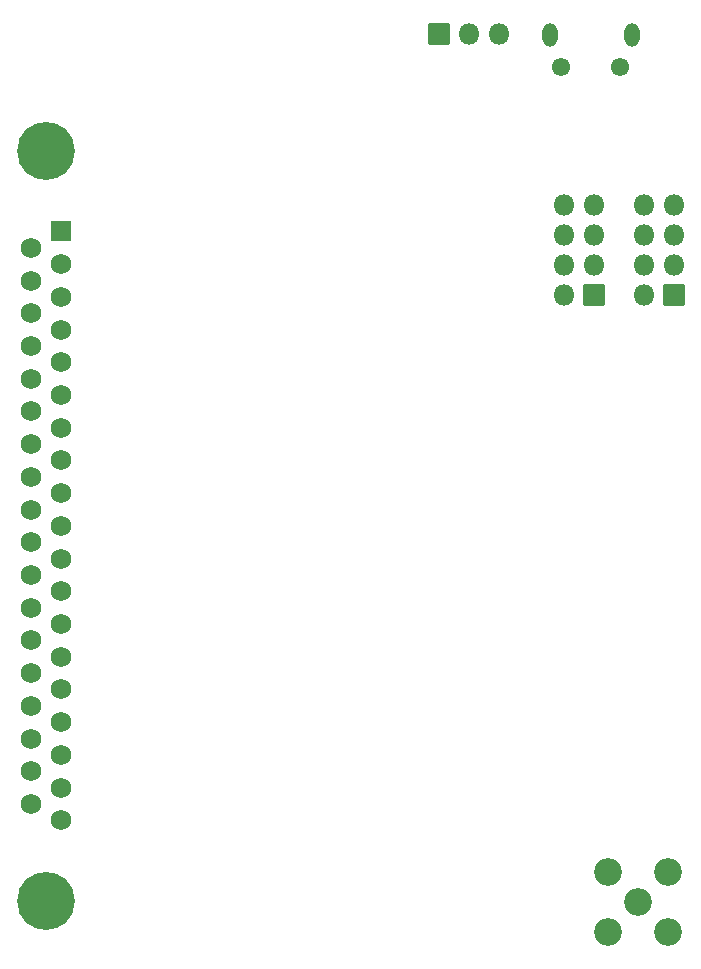
<source format=gbr>
%TF.GenerationSoftware,KiCad,Pcbnew,(6.0.7)*%
%TF.CreationDate,2022-08-27T16:35:56-04:00*%
%TF.ProjectId,Telemetry_KiCAD_Project,54656c65-6d65-4747-9279-5f4b69434144,rev?*%
%TF.SameCoordinates,Original*%
%TF.FileFunction,Soldermask,Bot*%
%TF.FilePolarity,Negative*%
%FSLAX46Y46*%
G04 Gerber Fmt 4.6, Leading zero omitted, Abs format (unit mm)*
G04 Created by KiCad (PCBNEW (6.0.7)) date 2022-08-27 16:35:56*
%MOMM*%
%LPD*%
G01*
G04 APERTURE LIST*
G04 Aperture macros list*
%AMRoundRect*
0 Rectangle with rounded corners*
0 $1 Rounding radius*
0 $2 $3 $4 $5 $6 $7 $8 $9 X,Y pos of 4 corners*
0 Add a 4 corners polygon primitive as box body*
4,1,4,$2,$3,$4,$5,$6,$7,$8,$9,$2,$3,0*
0 Add four circle primitives for the rounded corners*
1,1,$1+$1,$2,$3*
1,1,$1+$1,$4,$5*
1,1,$1+$1,$6,$7*
1,1,$1+$1,$8,$9*
0 Add four rect primitives between the rounded corners*
20,1,$1+$1,$2,$3,$4,$5,0*
20,1,$1+$1,$4,$5,$6,$7,0*
20,1,$1+$1,$6,$7,$8,$9,0*
20,1,$1+$1,$8,$9,$2,$3,0*%
G04 Aperture macros list end*
%ADD10C,2.352000*%
%ADD11RoundRect,0.051000X-0.825000X0.825000X-0.825000X-0.825000X0.825000X-0.825000X0.825000X0.825000X0*%
%ADD12C,1.752000*%
%ADD13C,4.902000*%
%ADD14O,1.302000X2.002000*%
%ADD15C,1.552000*%
%ADD16RoundRect,0.051000X0.850000X0.850000X-0.850000X0.850000X-0.850000X-0.850000X0.850000X-0.850000X0*%
%ADD17O,1.802000X1.802000*%
%ADD18RoundRect,0.051000X0.850000X-0.850000X0.850000X0.850000X-0.850000X0.850000X-0.850000X-0.850000X0*%
G04 APERTURE END LIST*
D10*
%TO.C,J3*%
X141900000Y-128575000D03*
X144440000Y-126035000D03*
X139360000Y-126035000D03*
X139360000Y-131115000D03*
X144440000Y-131115000D03*
%TD*%
D11*
%TO.C,J5*%
X93000000Y-71800000D03*
D12*
X93000000Y-74570000D03*
X93000000Y-77340000D03*
X93000000Y-80110000D03*
X93000000Y-82880000D03*
X93000000Y-85650000D03*
X93000000Y-88420000D03*
X93000000Y-91190000D03*
X93000000Y-93960000D03*
X93000000Y-96730000D03*
X93000000Y-99500000D03*
X93000000Y-102270000D03*
X93000000Y-105040000D03*
X93000000Y-107810000D03*
X93000000Y-110580000D03*
X93000000Y-113350000D03*
X93000000Y-116120000D03*
X93000000Y-118890000D03*
X93000000Y-121660000D03*
X90460000Y-73185000D03*
X90460000Y-75955000D03*
X90460000Y-78725000D03*
X90460000Y-81495000D03*
X90460000Y-84265000D03*
X90460000Y-87035000D03*
X90460000Y-89805000D03*
X90460000Y-92575000D03*
X90460000Y-95345000D03*
X90460000Y-98115000D03*
X90460000Y-100885000D03*
X90460000Y-103655000D03*
X90460000Y-106425000D03*
X90460000Y-109195000D03*
X90460000Y-111965000D03*
X90460000Y-114735000D03*
X90460000Y-117505000D03*
X90460000Y-120275000D03*
D13*
X91730000Y-64980000D03*
X91730000Y-128480000D03*
%TD*%
D14*
%TO.C,J4*%
X134400000Y-55137500D03*
D15*
X140400000Y-57837500D03*
X135400000Y-57837500D03*
D14*
X141400000Y-55137500D03*
%TD*%
D16*
%TO.C,J2*%
X138190000Y-77175000D03*
D17*
X135650000Y-77175000D03*
X138190000Y-74635000D03*
X135650000Y-74635000D03*
X138190000Y-72095000D03*
X135650000Y-72095000D03*
X138190000Y-69555000D03*
X135650000Y-69555000D03*
%TD*%
D16*
%TO.C,J1*%
X144890000Y-77155001D03*
D17*
X142350000Y-77155001D03*
X144890000Y-74615001D03*
X142350000Y-74615001D03*
X144890000Y-72075001D03*
X142350000Y-72075001D03*
X144890000Y-69535001D03*
X142350000Y-69535001D03*
%TD*%
D18*
%TO.C,JP1*%
X125030000Y-55070000D03*
D17*
X127570000Y-55070000D03*
X130110000Y-55070000D03*
%TD*%
M02*

</source>
